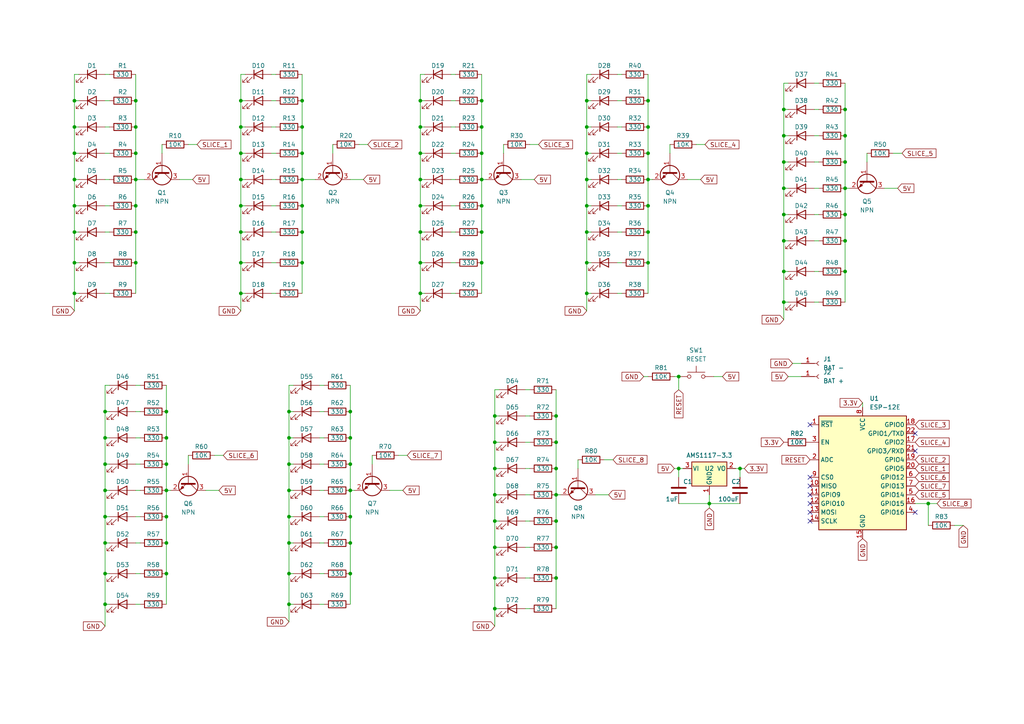
<source format=kicad_sch>
(kicad_sch (version 20211123) (generator eeschema)
  (paper "A4")
  (junction (at 101.6 149.86))
  (junction (at 87.63 36.83))
  (junction (at 227.33 31.75))
  (junction (at 83.82 127))
  (junction (at 83.82 134.62))
  (junction (at 39.37 67.31))
  (junction (at 245.11 46.99))
  (junction (at 30.48 149.86))
  (junction (at 187.96 36.83))
  (junction (at 69.85 44.45))
  (junction (at 69.85 67.31))
  (junction (at 139.7 36.83))
  (junction (at 205.74 146.05))
  (junction (at 121.92 59.69))
  (junction (at 87.63 76.2))
  (junction (at 196.85 109.22))
  (junction (at 143.51 176.53))
  (junction (at 269.24 146.05))
  (junction (at 161.29 120.65))
  (junction (at 245.11 69.85))
  (junction (at 21.59 36.83))
  (junction (at 170.18 76.2))
  (junction (at 161.29 128.27))
  (junction (at 143.51 151.13))
  (junction (at 39.37 36.83))
  (junction (at 121.92 85.09))
  (junction (at 48.26 119.38))
  (junction (at 21.59 85.09))
  (junction (at 227.33 46.99))
  (junction (at 39.37 44.45))
  (junction (at 30.48 127))
  (junction (at 48.26 142.24))
  (junction (at 161.29 151.13))
  (junction (at 227.33 54.61))
  (junction (at 69.85 36.83))
  (junction (at 245.11 31.75))
  (junction (at 69.85 76.2))
  (junction (at 30.48 166.37))
  (junction (at 101.6 157.48))
  (junction (at 69.85 52.07))
  (junction (at 21.59 59.69))
  (junction (at 48.26 166.37))
  (junction (at 187.96 67.31))
  (junction (at 245.11 39.37))
  (junction (at 143.51 120.65))
  (junction (at 187.96 59.69))
  (junction (at 227.33 69.85))
  (junction (at 48.26 157.48))
  (junction (at 170.18 59.69))
  (junction (at 245.11 54.61))
  (junction (at 139.7 59.69))
  (junction (at 121.92 29.21))
  (junction (at 139.7 76.2))
  (junction (at 143.51 158.75))
  (junction (at 69.85 85.09))
  (junction (at 143.51 128.27))
  (junction (at 170.18 85.09))
  (junction (at 121.92 44.45))
  (junction (at 83.82 175.26))
  (junction (at 227.33 39.37))
  (junction (at 30.48 142.24))
  (junction (at 30.48 157.48))
  (junction (at 83.82 119.38))
  (junction (at 83.82 157.48))
  (junction (at 170.18 52.07))
  (junction (at 170.18 36.83))
  (junction (at 87.63 59.69))
  (junction (at 21.59 52.07))
  (junction (at 30.48 119.38))
  (junction (at 83.82 142.24))
  (junction (at 101.6 119.38))
  (junction (at 139.7 67.31))
  (junction (at 214.63 135.89))
  (junction (at 39.37 59.69))
  (junction (at 139.7 29.21))
  (junction (at 30.48 134.62))
  (junction (at 87.63 67.31))
  (junction (at 227.33 62.23))
  (junction (at 48.26 149.86))
  (junction (at 39.37 52.07))
  (junction (at 161.29 143.51))
  (junction (at 21.59 76.2))
  (junction (at 161.29 167.64))
  (junction (at 170.18 29.21))
  (junction (at 101.6 134.62))
  (junction (at 83.82 166.37))
  (junction (at 143.51 167.64))
  (junction (at 143.51 135.89))
  (junction (at 121.92 67.31))
  (junction (at 21.59 44.45))
  (junction (at 245.11 78.74))
  (junction (at 227.33 87.63))
  (junction (at 39.37 76.2))
  (junction (at 83.82 149.86))
  (junction (at 21.59 67.31))
  (junction (at 196.85 135.89))
  (junction (at 227.33 78.74))
  (junction (at 69.85 59.69))
  (junction (at 101.6 166.37))
  (junction (at 143.51 143.51))
  (junction (at 101.6 127))
  (junction (at 139.7 52.07))
  (junction (at 139.7 44.45))
  (junction (at 30.48 175.26))
  (junction (at 48.26 134.62))
  (junction (at 170.18 44.45))
  (junction (at 87.63 44.45))
  (junction (at 69.85 29.21))
  (junction (at 121.92 76.2))
  (junction (at 39.37 29.21))
  (junction (at 187.96 29.21))
  (junction (at 21.59 29.21))
  (junction (at 87.63 52.07))
  (junction (at 187.96 52.07))
  (junction (at 87.63 29.21))
  (junction (at 161.29 158.75))
  (junction (at 101.6 142.24))
  (junction (at 121.92 52.07))
  (junction (at 245.11 62.23))
  (junction (at 170.18 67.31))
  (junction (at 121.92 36.83))
  (junction (at 48.26 127))
  (junction (at 187.96 76.2))
  (junction (at 161.29 135.89))
  (junction (at 187.96 44.45))
  (no_connect (at 234.95 148.59))
  (no_connect (at 265.43 125.73))
  (no_connect (at 234.95 140.97))
  (no_connect (at 234.95 123.19))
  (no_connect (at 234.95 151.13))
  (no_connect (at 234.95 143.51))
  (no_connect (at 265.43 148.59))
  (no_connect (at 234.95 146.05))
  (no_connect (at 234.95 138.43))
  (no_connect (at 265.43 130.81))
  (wire (pts (xy 227.33 54.61) (xy 227.33 62.23)))
  (wire (pts (xy 187.96 59.69) (xy 187.96 67.31)))
  (wire (pts (xy 227.33 46.99) (xy 227.33 54.61)))
  (wire (pts (xy 69.85 36.83) (xy 69.85 44.45)))
  (wire (pts (xy 83.82 157.48) (xy 83.82 166.37)))
  (wire (pts (xy 144.78 120.65) (xy 143.51 120.65)))
  (wire (pts (xy 143.51 128.27) (xy 143.51 135.89)))
  (wire (pts (xy 179.07 29.21) (xy 180.34 29.21)))
  (wire (pts (xy 121.92 85.09) (xy 121.92 90.17)))
  (wire (pts (xy 78.74 85.09) (xy 80.01 85.09)))
  (wire (pts (xy 213.36 135.89) (xy 214.63 135.89)))
  (wire (pts (xy 83.82 142.24) (xy 83.82 149.86)))
  (wire (pts (xy 87.63 29.21) (xy 87.63 36.83)))
  (wire (pts (xy 179.07 21.59) (xy 180.34 21.59)))
  (wire (pts (xy 143.51 176.53) (xy 143.51 181.61)))
  (wire (pts (xy 143.51 151.13) (xy 143.51 158.75)))
  (wire (pts (xy 22.86 29.21) (xy 21.59 29.21)))
  (wire (pts (xy 71.12 21.59) (xy 69.85 21.59)))
  (wire (pts (xy 22.86 59.69) (xy 21.59 59.69)))
  (wire (pts (xy 78.74 67.31) (xy 80.01 67.31)))
  (wire (pts (xy 39.37 134.62) (xy 40.64 134.62)))
  (wire (pts (xy 144.78 113.03) (xy 143.51 113.03)))
  (wire (pts (xy 143.51 120.65) (xy 143.51 128.27)))
  (wire (pts (xy 130.81 52.07) (xy 132.08 52.07)))
  (wire (pts (xy 69.85 52.07) (xy 69.85 59.69)))
  (wire (pts (xy 228.6 31.75) (xy 227.33 31.75)))
  (wire (pts (xy 228.6 46.99) (xy 227.33 46.99)))
  (wire (pts (xy 121.92 52.07) (xy 121.92 59.69)))
  (wire (pts (xy 179.07 59.69) (xy 180.34 59.69)))
  (wire (pts (xy 152.4 128.27) (xy 153.67 128.27)))
  (wire (pts (xy 31.75 119.38) (xy 30.48 119.38)))
  (wire (pts (xy 113.03 142.24) (xy 116.84 142.24)))
  (wire (pts (xy 171.45 29.21) (xy 170.18 29.21)))
  (wire (pts (xy 39.37 175.26) (xy 40.64 175.26)))
  (wire (pts (xy 228.6 78.74) (xy 227.33 78.74)))
  (wire (pts (xy 196.85 109.22) (xy 196.85 113.03)))
  (wire (pts (xy 161.29 143.51) (xy 162.56 143.51)))
  (wire (pts (xy 101.6 142.24) (xy 101.6 149.86)))
  (wire (pts (xy 161.29 158.75) (xy 161.29 167.64)))
  (wire (pts (xy 78.74 52.07) (xy 80.01 52.07)))
  (wire (pts (xy 130.81 85.09) (xy 132.08 85.09)))
  (wire (pts (xy 152.4 176.53) (xy 153.67 176.53)))
  (wire (pts (xy 123.19 85.09) (xy 121.92 85.09)))
  (wire (pts (xy 92.71 157.48) (xy 93.98 157.48)))
  (wire (pts (xy 167.64 133.35) (xy 167.64 135.89)))
  (wire (pts (xy 152.4 151.13) (xy 153.67 151.13)))
  (wire (pts (xy 83.82 149.86) (xy 83.82 157.48)))
  (wire (pts (xy 179.07 44.45) (xy 180.34 44.45)))
  (wire (pts (xy 161.29 167.64) (xy 161.29 176.53)))
  (wire (pts (xy 152.4 113.03) (xy 153.67 113.03)))
  (wire (pts (xy 161.29 113.03) (xy 161.29 120.65)))
  (wire (pts (xy 175.26 133.35) (xy 177.8 133.35)))
  (wire (pts (xy 31.75 111.76) (xy 30.48 111.76)))
  (wire (pts (xy 153.67 41.91) (xy 156.21 41.91)))
  (wire (pts (xy 236.22 69.85) (xy 237.49 69.85)))
  (wire (pts (xy 92.71 142.24) (xy 93.98 142.24)))
  (wire (pts (xy 152.4 120.65) (xy 153.67 120.65)))
  (wire (pts (xy 245.11 69.85) (xy 245.11 78.74)))
  (wire (pts (xy 269.24 146.05) (xy 269.24 152.4)))
  (wire (pts (xy 21.59 29.21) (xy 21.59 36.83)))
  (wire (pts (xy 87.63 52.07) (xy 87.63 59.69)))
  (wire (pts (xy 30.48 166.37) (xy 30.48 175.26)))
  (wire (pts (xy 22.86 52.07) (xy 21.59 52.07)))
  (wire (pts (xy 39.37 149.86) (xy 40.64 149.86)))
  (wire (pts (xy 48.26 149.86) (xy 48.26 157.48)))
  (wire (pts (xy 236.22 62.23) (xy 237.49 62.23)))
  (wire (pts (xy 39.37 52.07) (xy 41.91 52.07)))
  (wire (pts (xy 152.4 167.64) (xy 153.67 167.64)))
  (wire (pts (xy 101.6 157.48) (xy 101.6 166.37)))
  (wire (pts (xy 144.78 176.53) (xy 143.51 176.53)))
  (wire (pts (xy 39.37 67.31) (xy 39.37 76.2)))
  (wire (pts (xy 179.07 67.31) (xy 180.34 67.31)))
  (wire (pts (xy 187.96 36.83) (xy 187.96 44.45)))
  (wire (pts (xy 101.6 149.86) (xy 101.6 157.48)))
  (wire (pts (xy 87.63 59.69) (xy 87.63 67.31)))
  (wire (pts (xy 170.18 52.07) (xy 170.18 59.69)))
  (wire (pts (xy 30.48 36.83) (xy 31.75 36.83)))
  (wire (pts (xy 227.33 24.13) (xy 227.33 31.75)))
  (wire (pts (xy 256.54 54.61) (xy 260.35 54.61)))
  (wire (pts (xy 39.37 59.69) (xy 39.37 67.31)))
  (wire (pts (xy 151.13 52.07) (xy 154.94 52.07)))
  (wire (pts (xy 30.48 119.38) (xy 30.48 127)))
  (wire (pts (xy 104.14 41.91) (xy 106.68 41.91)))
  (wire (pts (xy 144.78 151.13) (xy 143.51 151.13)))
  (wire (pts (xy 279.4 152.4) (xy 276.86 152.4)))
  (wire (pts (xy 123.19 29.21) (xy 121.92 29.21)))
  (wire (pts (xy 30.48 134.62) (xy 30.48 142.24)))
  (wire (pts (xy 196.85 135.89) (xy 198.12 135.89)))
  (wire (pts (xy 21.59 67.31) (xy 21.59 76.2)))
  (wire (pts (xy 39.37 52.07) (xy 39.37 59.69)))
  (wire (pts (xy 85.09 111.76) (xy 83.82 111.76)))
  (wire (pts (xy 101.6 52.07) (xy 105.41 52.07)))
  (wire (pts (xy 87.63 67.31) (xy 87.63 76.2)))
  (wire (pts (xy 170.18 29.21) (xy 170.18 36.83)))
  (wire (pts (xy 187.96 21.59) (xy 187.96 29.21)))
  (wire (pts (xy 83.82 119.38) (xy 83.82 127)))
  (wire (pts (xy 39.37 111.76) (xy 40.64 111.76)))
  (wire (pts (xy 62.23 132.08) (xy 64.77 132.08)))
  (wire (pts (xy 236.22 39.37) (xy 237.49 39.37)))
  (wire (pts (xy 139.7 59.69) (xy 139.7 67.31)))
  (wire (pts (xy 85.09 134.62) (xy 83.82 134.62)))
  (wire (pts (xy 39.37 44.45) (xy 39.37 52.07)))
  (wire (pts (xy 245.11 54.61) (xy 245.11 62.23)))
  (wire (pts (xy 250.19 118.11) (xy 250.19 116.84)))
  (wire (pts (xy 21.59 76.2) (xy 21.59 85.09)))
  (wire (pts (xy 172.72 143.51) (xy 176.53 143.51)))
  (wire (pts (xy 92.71 127) (xy 93.98 127)))
  (wire (pts (xy 245.11 46.99) (xy 245.11 54.61)))
  (wire (pts (xy 236.22 78.74) (xy 237.49 78.74)))
  (wire (pts (xy 96.52 41.91) (xy 96.52 44.45)))
  (wire (pts (xy 123.19 52.07) (xy 121.92 52.07)))
  (wire (pts (xy 30.48 44.45) (xy 31.75 44.45)))
  (wire (pts (xy 245.11 54.61) (xy 246.38 54.61)))
  (wire (pts (xy 78.74 36.83) (xy 80.01 36.83)))
  (wire (pts (xy 161.29 151.13) (xy 161.29 158.75)))
  (wire (pts (xy 187.96 52.07) (xy 189.23 52.07)))
  (wire (pts (xy 228.6 87.63) (xy 227.33 87.63)))
  (wire (pts (xy 85.09 142.24) (xy 83.82 142.24)))
  (wire (pts (xy 123.19 76.2) (xy 121.92 76.2)))
  (wire (pts (xy 205.74 146.05) (xy 214.63 146.05)))
  (wire (pts (xy 48.26 142.24) (xy 49.53 142.24)))
  (wire (pts (xy 144.78 128.27) (xy 143.51 128.27)))
  (wire (pts (xy 130.81 21.59) (xy 132.08 21.59)))
  (wire (pts (xy 85.09 119.38) (xy 83.82 119.38)))
  (wire (pts (xy 30.48 21.59) (xy 31.75 21.59)))
  (wire (pts (xy 130.81 76.2) (xy 132.08 76.2)))
  (wire (pts (xy 139.7 52.07) (xy 139.7 59.69)))
  (wire (pts (xy 228.6 62.23) (xy 227.33 62.23)))
  (wire (pts (xy 121.92 21.59) (xy 121.92 29.21)))
  (wire (pts (xy 187.96 52.07) (xy 187.96 59.69)))
  (wire (pts (xy 31.75 142.24) (xy 30.48 142.24)))
  (wire (pts (xy 170.18 44.45) (xy 170.18 52.07)))
  (wire (pts (xy 152.4 135.89) (xy 153.67 135.89)))
  (wire (pts (xy 144.78 158.75) (xy 143.51 158.75)))
  (wire (pts (xy 170.18 67.31) (xy 170.18 76.2)))
  (wire (pts (xy 144.78 135.89) (xy 143.51 135.89)))
  (wire (pts (xy 121.92 59.69) (xy 121.92 67.31)))
  (wire (pts (xy 46.99 41.91) (xy 46.99 44.45)))
  (wire (pts (xy 87.63 36.83) (xy 87.63 44.45)))
  (wire (pts (xy 228.6 39.37) (xy 227.33 39.37)))
  (wire (pts (xy 54.61 132.08) (xy 54.61 134.62)))
  (wire (pts (xy 101.6 111.76) (xy 101.6 119.38)))
  (wire (pts (xy 39.37 142.24) (xy 40.64 142.24)))
  (wire (pts (xy 31.75 149.86) (xy 30.48 149.86)))
  (wire (pts (xy 69.85 29.21) (xy 69.85 36.83)))
  (wire (pts (xy 22.86 44.45) (xy 21.59 44.45)))
  (wire (pts (xy 214.63 135.89) (xy 215.9 135.89)))
  (wire (pts (xy 179.07 36.83) (xy 180.34 36.83)))
  (wire (pts (xy 123.19 36.83) (xy 121.92 36.83)))
  (wire (pts (xy 130.81 59.69) (xy 132.08 59.69)))
  (wire (pts (xy 227.33 87.63) (xy 227.33 92.71)))
  (wire (pts (xy 30.48 157.48) (xy 30.48 166.37)))
  (wire (pts (xy 207.01 109.22) (xy 209.55 109.22)))
  (wire (pts (xy 92.71 119.38) (xy 93.98 119.38)))
  (wire (pts (xy 85.09 175.26) (xy 83.82 175.26)))
  (wire (pts (xy 171.45 44.45) (xy 170.18 44.45)))
  (wire (pts (xy 39.37 157.48) (xy 40.64 157.48)))
  (wire (pts (xy 22.86 21.59) (xy 21.59 21.59)))
  (wire (pts (xy 22.86 67.31) (xy 21.59 67.31)))
  (wire (pts (xy 71.12 59.69) (xy 69.85 59.69)))
  (wire (pts (xy 85.09 166.37) (xy 83.82 166.37)))
  (wire (pts (xy 170.18 85.09) (xy 170.18 90.17)))
  (wire (pts (xy 39.37 119.38) (xy 40.64 119.38)))
  (wire (pts (xy 31.75 166.37) (xy 30.48 166.37)))
  (wire (pts (xy 101.6 119.38) (xy 101.6 127)))
  (wire (pts (xy 71.12 36.83) (xy 69.85 36.83)))
  (wire (pts (xy 31.75 175.26) (xy 30.48 175.26)))
  (wire (pts (xy 130.81 29.21) (xy 132.08 29.21)))
  (wire (pts (xy 71.12 29.21) (xy 69.85 29.21)))
  (wire (pts (xy 161.29 120.65) (xy 161.29 128.27)))
  (wire (pts (xy 229.87 105.41) (xy 232.41 105.41)))
  (wire (pts (xy 205.74 143.51) (xy 205.74 146.05)))
  (wire (pts (xy 83.82 127) (xy 83.82 134.62)))
  (wire (pts (xy 31.75 127) (xy 30.48 127)))
  (wire (pts (xy 236.22 24.13) (xy 237.49 24.13)))
  (wire (pts (xy 54.61 41.91) (xy 57.15 41.91)))
  (wire (pts (xy 171.45 76.2) (xy 170.18 76.2)))
  (wire (pts (xy 227.33 69.85) (xy 227.33 78.74)))
  (wire (pts (xy 170.18 76.2) (xy 170.18 85.09)))
  (wire (pts (xy 171.45 85.09) (xy 170.18 85.09)))
  (wire (pts (xy 83.82 175.26) (xy 83.82 180.34)))
  (wire (pts (xy 143.51 158.75) (xy 143.51 167.64)))
  (wire (pts (xy 21.59 85.09) (xy 21.59 90.17)))
  (wire (pts (xy 199.39 52.07) (xy 203.2 52.07)))
  (wire (pts (xy 161.29 128.27) (xy 161.29 135.89)))
  (wire (pts (xy 161.29 135.89) (xy 161.29 143.51)))
  (wire (pts (xy 101.6 134.62) (xy 101.6 142.24)))
  (wire (pts (xy 69.85 59.69) (xy 69.85 67.31)))
  (wire (pts (xy 179.07 85.09) (xy 180.34 85.09)))
  (wire (pts (xy 170.18 21.59) (xy 170.18 29.21)))
  (wire (pts (xy 143.51 143.51) (xy 143.51 151.13)))
  (wire (pts (xy 139.7 29.21) (xy 139.7 36.83)))
  (wire (pts (xy 121.92 44.45) (xy 121.92 52.07)))
  (wire (pts (xy 48.26 127) (xy 48.26 134.62)))
  (wire (pts (xy 92.71 175.26) (xy 93.98 175.26)))
  (wire (pts (xy 39.37 36.83) (xy 39.37 44.45)))
  (wire (pts (xy 59.69 142.24) (xy 63.5 142.24)))
  (wire (pts (xy 69.85 44.45) (xy 69.85 52.07)))
  (wire (pts (xy 123.19 59.69) (xy 121.92 59.69)))
  (wire (pts (xy 171.45 59.69) (xy 170.18 59.69)))
  (wire (pts (xy 228.6 69.85) (xy 227.33 69.85)))
  (wire (pts (xy 30.48 59.69) (xy 31.75 59.69)))
  (wire (pts (xy 87.63 44.45) (xy 87.63 52.07)))
  (wire (pts (xy 269.24 146.05) (xy 265.43 146.05)))
  (wire (pts (xy 71.12 85.09) (xy 69.85 85.09)))
  (wire (pts (xy 245.11 62.23) (xy 245.11 69.85)))
  (wire (pts (xy 52.07 52.07) (xy 55.88 52.07)))
  (wire (pts (xy 130.81 67.31) (xy 132.08 67.31)))
  (wire (pts (xy 130.81 44.45) (xy 132.08 44.45)))
  (wire (pts (xy 161.29 143.51) (xy 161.29 151.13)))
  (wire (pts (xy 187.96 44.45) (xy 187.96 52.07)))
  (wire (pts (xy 245.11 31.75) (xy 245.11 39.37)))
  (wire (pts (xy 143.51 135.89) (xy 143.51 143.51)))
  (wire (pts (xy 227.33 39.37) (xy 227.33 46.99)))
  (wire (pts (xy 30.48 52.07) (xy 31.75 52.07)))
  (wire (pts (xy 121.92 67.31) (xy 121.92 76.2)))
  (wire (pts (xy 30.48 175.26) (xy 30.48 181.61)))
  (wire (pts (xy 30.48 76.2) (xy 31.75 76.2)))
  (wire (pts (xy 39.37 127) (xy 40.64 127)))
  (wire (pts (xy 83.82 134.62) (xy 83.82 142.24)))
  (wire (pts (xy 48.26 166.37) (xy 48.26 175.26)))
  (wire (pts (xy 78.74 21.59) (xy 80.01 21.59)))
  (wire (pts (xy 101.6 142.24) (xy 102.87 142.24)))
  (wire (pts (xy 201.93 41.91) (xy 204.47 41.91)))
  (wire (pts (xy 236.22 31.75) (xy 237.49 31.75)))
  (wire (pts (xy 121.92 76.2) (xy 121.92 85.09)))
  (wire (pts (xy 228.6 109.22) (xy 232.41 109.22)))
  (wire (pts (xy 101.6 166.37) (xy 101.6 175.26)))
  (wire (pts (xy 143.51 113.03) (xy 143.51 120.65)))
  (wire (pts (xy 139.7 52.07) (xy 140.97 52.07)))
  (wire (pts (xy 171.45 52.07) (xy 170.18 52.07)))
  (wire (pts (xy 139.7 67.31) (xy 139.7 76.2)))
  (wire (pts (xy 87.63 76.2) (xy 87.63 85.09)))
  (wire (pts (xy 31.75 157.48) (xy 30.48 157.48)))
  (wire (pts (xy 48.26 134.62) (xy 48.26 142.24)))
  (wire (pts (xy 87.63 21.59) (xy 87.63 29.21)))
  (wire (pts (xy 171.45 36.83) (xy 170.18 36.83)))
  (wire (pts (xy 30.48 29.21) (xy 31.75 29.21)))
  (wire (pts (xy 78.74 44.45) (xy 80.01 44.45)))
  (wire (pts (xy 78.74 59.69) (xy 80.01 59.69)))
  (wire (pts (xy 87.63 52.07) (xy 91.44 52.07)))
  (wire (pts (xy 69.85 76.2) (xy 69.85 85.09)))
  (wire (pts (xy 227.33 62.23) (xy 227.33 69.85)))
  (wire (pts (xy 245.11 78.74) (xy 245.11 87.63)))
  (wire (pts (xy 228.6 54.61) (xy 227.33 54.61)))
  (wire (pts (xy 236.22 54.61) (xy 237.49 54.61)))
  (wire (pts (xy 48.26 111.76) (xy 48.26 119.38)))
  (wire (pts (xy 39.37 76.2) (xy 39.37 85.09)))
  (wire (pts (xy 187.96 29.21) (xy 187.96 36.83)))
  (wire (pts (xy 30.48 67.31) (xy 31.75 67.31)))
  (wire (pts (xy 78.74 29.21) (xy 80.01 29.21)))
  (wire (pts (xy 83.82 166.37) (xy 83.82 175.26)))
  (wire (pts (xy 171.45 21.59) (xy 170.18 21.59)))
  (wire (pts (xy 271.78 146.05) (xy 269.24 146.05)))
  (wire (pts (xy 92.71 134.62) (xy 93.98 134.62)))
  (wire (pts (xy 22.86 85.09) (xy 21.59 85.09)))
  (wire (pts (xy 227.33 31.75) (xy 227.33 39.37)))
  (wire (pts (xy 152.4 143.51) (xy 153.67 143.51)))
  (wire (pts (xy 22.86 76.2) (xy 21.59 76.2)))
  (wire (pts (xy 21.59 21.59) (xy 21.59 29.21)))
  (wire (pts (xy 48.26 142.24) (xy 48.26 149.86)))
  (wire (pts (xy 187.96 67.31) (xy 187.96 76.2)))
  (wire (pts (xy 69.85 21.59) (xy 69.85 29.21)))
  (wire (pts (xy 121.92 29.21) (xy 121.92 36.83)))
  (wire (pts (xy 195.58 109.22) (xy 196.85 109.22)))
  (wire (pts (xy 245.11 24.13) (xy 245.11 31.75)))
  (wire (pts (xy 179.07 76.2) (xy 180.34 76.2)))
  (wire (pts (xy 30.48 111.76) (xy 30.48 119.38)))
  (wire (pts (xy 39.37 21.59) (xy 39.37 29.21)))
  (wire (pts (xy 85.09 127) (xy 83.82 127)))
  (wire (pts (xy 71.12 52.07) (xy 69.85 52.07)))
  (wire (pts (xy 130.81 36.83) (xy 132.08 36.83)))
  (wire (pts (xy 251.46 44.45) (xy 251.46 46.99)))
  (wire (pts (xy 39.37 166.37) (xy 40.64 166.37)))
  (wire (pts (xy 30.48 85.09) (xy 31.75 85.09)))
  (wire (pts (xy 92.71 111.76) (xy 93.98 111.76)))
  (wire (pts (xy 69.85 67.31) (xy 69.85 76.2)))
  (wire (pts (xy 205.74 146.05) (xy 205.74 147.32)))
  (wire (pts (xy 139.7 44.45) (xy 139.7 52.07)))
  (wire (pts (xy 259.08 44.45) (xy 261.62 44.45)))
  (wire (pts (xy 196.85 146.05) (xy 205.74 146.05)))
  (wire (pts (xy 187.96 76.2) (xy 187.96 85.09)))
  (wire (pts (xy 123.19 44.45) (xy 121.92 44.45)))
  (wire (pts (xy 101.6 127) (xy 101.6 134.62)))
  (wire (pts (xy 85.09 157.48) (xy 83.82 157.48)))
  (wire (pts (xy 139.7 21.59) (xy 139.7 29.21)))
  (wire (pts (xy 92.71 149.86) (xy 93.98 149.86)))
  (wire (pts (xy 139.7 36.83) (xy 139.7 44.45)))
  (wire (pts (xy 186.69 109.22) (xy 187.96 109.22)))
  (wire (pts (xy 21.59 59.69) (xy 21.59 67.31)))
  (wire (pts (xy 30.48 127) (xy 30.48 134.62)))
  (wire (pts (xy 144.78 143.51) (xy 143.51 143.51)))
  (wire (pts (xy 123.19 21.59) (xy 121.92 21.59)))
  (wire (pts (xy 121.92 36.83) (xy 121.92 44.45)))
  (wire (pts (xy 71.12 44.45) (xy 69.85 44.45)))
  (wire (pts (xy 71.12 76.2) (xy 69.85 76.2)))
  (wire (pts (xy 30.48 149.86) (xy 30.48 157.48)))
  (wire (pts (xy 179.07 52.07) (xy 180.34 52.07)))
  (wire (pts (xy 21.59 36.83) (xy 21.59 44.45)))
  (wire (pts (xy 170.18 59.69) (xy 170.18 67.31)))
  (wire (pts (xy 22.86 36.83) (xy 21.59 36.83)))
  (wire (pts (xy 195.58 135.89) (xy 196.85 135.89)))
  (wire (pts (xy 85.09 149.86) (xy 83.82 149.86)))
  (wire (pts (xy 146.05 41.91) (xy 146.05 44.45)))
  (wire (pts (xy 71.12 67.31) (xy 69.85 67.31)))
  (wire (pts (xy 48.26 157.48) (xy 48.26 166.37)))
  (wire (pts (xy 115.57 132.08) (xy 118.11 132.08)))
  (wire (pts (xy 245.11 39.37) (xy 245.11 46.99)))
  (wire (pts (xy 236.22 46.99) (xy 237.49 46.99)))
  (wire (pts (xy 214.63 135.89) (xy 214.63 138.43)))
  (wire (pts (xy 236.22 87.63) (xy 237.49 87.63)))
  (wire (pts (xy 21.59 44.45) (xy 21.59 52.07)))
  (wire (pts (xy 170.18 36.83) (xy 170.18 44.45)))
  (wire (pts (xy 143.51 167.64) (xy 143.51 176.53)))
  (wire (pts (xy 48.26 119.38) (xy 48.26 127)))
  (wire (pts (xy 171.45 67.31) (xy 170.18 67.31)))
  (wire (pts (xy 83.82 111.76) (xy 83.82 119.38)))
  (wire (pts (xy 152.4 158.75) (xy 153.67 158.75)))
  (wire (pts (xy 196.85 135.89) (xy 196.85 138.43)))
  (wire (pts (xy 21.59 52.07) (xy 21.59 59.69)))
  (wire (pts (xy 144.78 167.64) (xy 143.51 167.64)))
  (wire (pts (xy 123.19 67.31) (xy 121.92 67.31)))
  (wire (pts (xy 30.48 142.24) (xy 30.48 149.86)))
  (wire (pts (xy 39.37 29.21) (xy 39.37 36.83)))
  (wire (pts (xy 139.7 76.2) (xy 139.7 85.09)))
  (wire (pts (xy 227.33 78.74) (xy 227.33 87.63)))
  (wire (pts (xy 78.74 76.2) (xy 80.01 76.2)))
  (wire (pts (xy 194.31 41.91) (xy 194.31 44.45)))
  (wire (pts (xy 31.75 134.62) (xy 30.48 134.62)))
  (wire (pts (xy 92.71 166.37) (xy 93.98 166.37)))
  (wire (pts (xy 107.95 132.08) (xy 107.95 134.62)))
  (wire (pts (xy 228.6 24.13) (xy 227.33 24.13)))
  (wire (pts (xy 69.85 85.09) (xy 69.85 90.17)))
  (global_label "3.3V" (shape input) (at 227.33 128.27 180) (property "Intersheet References" "${INTERSHEET_REFS}" (effects hide)))
  (global_label "GND" (shape input) (at 69.85 90.17 180) (property "Intersheet References" "${INTERSHEET_REFS}" (effects hide)))
  (global_label "5V" (shape input) (at 116.84 142.24 0) (property "Intersheet References" "${INTERSHEET_REFS}" (effects hide)))
  (global_label "SLICE_6" (shape input) (at 265.43 138.43 0) (property "Intersheet References" "${INTERSHEET_REFS}" (effects hide)))
  (global_label "SLICE_5" (shape input) (at 261.62 44.45 0) (property "Intersheet References" "${INTERSHEET_REFS}" (effects hide)))
  (global_label "GND" (shape input) (at 229.87 105.41 180) (property "Intersheet References" "${INTERSHEET_REFS}" (effects hide)))
  (global_label "RESET" (shape input) (at 196.85 113.03 270) (property "Intersheet References" "${INTERSHEET_REFS}" (effects hide)))
  (global_label "SLICE_6" (shape input) (at 64.77 132.08 0) (property "Intersheet References" "${INTERSHEET_REFS}" (effects hide)))
  (global_label "GND" (shape input) (at 279.4 152.4 270) (property "Intersheet References" "${INTERSHEET_REFS}" (effects hide)))
  (global_label "SLICE_3" (shape input) (at 265.43 123.19 0) (property "Intersheet References" "${INTERSHEET_REFS}" (effects hide)))
  (global_label "GND" (shape input) (at 30.48 181.61 180) (property "Intersheet References" "${INTERSHEET_REFS}" (effects hide)))
  (global_label "5V" (shape input) (at 203.2 52.07 0) (property "Intersheet References" "${INTERSHEET_REFS}" (effects hide)))
  (global_label "SLICE_8" (shape input) (at 271.78 146.05 0) (property "Intersheet References" "${INTERSHEET_REFS}" (effects hide)))
  (global_label "5V" (shape input) (at 63.5 142.24 0) (property "Intersheet References" "${INTERSHEET_REFS}" (effects hide)))
  (global_label "5V" (shape input) (at 176.53 143.51 0) (property "Intersheet References" "${INTERSHEET_REFS}" (effects hide)))
  (global_label "5V" (shape input) (at 154.94 52.07 0) (property "Intersheet References" "${INTERSHEET_REFS}" (effects hide)))
  (global_label "GND" (shape input) (at 227.33 92.71 180) (property "Intersheet References" "${INTERSHEET_REFS}" (effects hide)))
  (global_label "5V" (shape input) (at 209.55 109.22 0) (property "Intersheet References" "${INTERSHEET_REFS}" (effects hide)))
  (global_label "GND" (shape input) (at 121.92 90.17 180) (property "Intersheet References" "${INTERSHEET_REFS}" (effects hide)))
  (global_label "SLICE_2" (shape input) (at 265.43 133.35 0) (property "Intersheet References" "${INTERSHEET_REFS}" (effects hide)))
  (global_label "3.3V" (shape input) (at 250.19 116.84 180) (property "Intersheet References" "${INTERSHEET_REFS}" (effects hide)))
  (global_label "GND" (shape input) (at 83.82 180.34 180) (property "Intersheet References" "${INTERSHEET_REFS}" (effects hide)))
  (global_label "GND" (shape input) (at 143.51 181.61 180) (property "Intersheet References" "${INTERSHEET_REFS}" (effects hide)))
  (global_label "5V" (shape input) (at 260.35 54.61 0) (property "Intersheet References" "${INTERSHEET_REFS}" (effects hide)))
  (global_label "SLICE_1" (shape input) (at 57.15 41.91 0) (property "Intersheet References" "${INTERSHEET_REFS}" (effects hide)))
  (global_label "3.3V" (shape input) (at 215.9 135.89 0) (property "Intersheet References" "${INTERSHEET_REFS}" (effects hide)))
  (global_label "SLICE_3" (shape input) (at 156.21 41.91 0) (property "Intersheet References" "${INTERSHEET_REFS}" (effects hide)))
  (global_label "GND" (shape input) (at 205.74 147.32 270) (property "Intersheet References" "${INTERSHEET_REFS}" (effects hide)))
  (global_label "SLICE_4" (shape input) (at 204.47 41.91 0) (property "Intersheet References" "${INTERSHEET_REFS}" (effects hide)))
  (global_label "SLICE_8" (shape input) (at 177.8 133.35 0) (property "Intersheet References" "${INTERSHEET_REFS}" (effects hide)))
  (global_label "5V" (shape input) (at 228.6 109.22 180) (property "Intersheet References" "${INTERSHEET_REFS}" (effects hide)))
  (global_label "SLICE_4" (shape input) (at 265.43 128.27 0) (property "Intersheet References" "${INTERSHEET_REFS}" (effects hide)))
  (global_label "SLICE_1" (shape input) (at 265.43 135.89 0) (property "Intersheet References" "${INTERSHEET_REFS}" (effects hide)))
  (global_label "5V" (shape input) (at 55.88 52.07 0) (property "Intersheet References" "${INTERSHEET_REFS}" (effects hide)))
  (global_label "GND" (shape input) (at 186.69 109.22 180) (property "Intersheet References" "${INTERSHEET_REFS}" (effects hide)))
  (global_label "SLICE_2" (shape input) (at 106.68 41.91 0) (property "Intersheet References" "${INTERSHEET_REFS}" (effects hide)))
  (global_label "5V" (shape input) (at 195.58 135.89 180) (property "Intersheet References" "${INTERSHEET_REFS}" (effects hide)))
  (global_label "SLICE_5" (shape input) (at 265.43 143.51 0) (property "Intersheet References" "${INTERSHEET_REFS}" (effects hide)))
  (global_label "RESET" (shape input) (at 234.95 133.35 180) (property "Intersheet References" "${INTERSHEET_REFS}" (effects hide)))
  (global_label "GND" (shape input) (at 250.19 156.21 270) (property "Intersheet References" "${INTERSHEET_REFS}" (effects hide)))
  (global_label "GND" (shape input) (at 21.59 90.17 180) (property "Intersheet References" "${INTERSHEET_REFS}" (effects hide)))
  (global_label "GND" (shape input) (at 170.18 90.17 180) (property "Intersheet References" "${INTERSHEET_REFS}" (effects hide)))
  (global_label "SLICE_7" (shape input) (at 118.11 132.08 0) (property "Intersheet References" "${INTERSHEET_REFS}" (effects hide)))
  (global_label "SLICE_7" (shape input) (at 265.43 140.97 0) (property "Intersheet References" "${INTERSHEET_REFS}" (effects hide)))
  (global_label "5V" (shape input) (at 105.41 52.07 0) (property "Intersheet References" "${INTERSHEET_REFS}" (effects hide)))
  (symbol (lib_id "Device:R") (at 97.79 149.86 90) (unit 1)
    (property "Reference" "R66" (at 97.79 147.32 90))
    (property "Value" "330" (at 97.79 149.86 90))
    (property "Footprint" "Resistor_SMD:R_0805_2012Metric" (effects hide))
  )
  (symbol (lib_id "Device:LED") (at 232.41 87.63 0) (unit 1)
    (property "Reference" "D45" (at 232.41 85.09 0))
    (property "Value" "LED" (effects hide))
    (property "Footprint" "LED_SMD:LED_0805_2012Metric" (effects hide))
  )
  (symbol (lib_id "Device:LED") (at 127 29.21 0) (unit 1)
    (property "Reference" "D20" (at 127 26.67 0))
    (property "Value" "LED" (effects hide))
    (property "Footprint" "LED_SMD:LED_0805_2012Metric" (effects hide))
  )
  (symbol (lib_id "Device:Q_NPN_BEC") (at 167.64 140.97 270) (unit 1)
    (property "Reference" "Q8" (at 167.64 147.32 90))
    (property "Value" "NPN" (at 167.64 149.86 90))
    (property "Footprint" "Package_TO_SOT_SMD:SOT-23" (effects hide))
  )
  (symbol (lib_id "Device:R") (at 149.86 41.91 90) (unit 1)
    (property "Reference" "R30" (at 149.86 39.37 90))
    (property "Value" "10K" (at 149.86 41.91 90))
    (property "Footprint" "Resistor_SMD:R_0805_2012Metric" (effects hide))
  )
  (symbol (lib_id "Device:R") (at 198.12 41.91 90) (unit 1)
    (property "Reference" "R39" (at 198.12 39.37 90))
    (property "Value" "10K" (at 198.12 41.91 90))
    (property "Footprint" "Resistor_SMD:R_0805_2012Metric" (effects hide))
  )
  (symbol (lib_id "Device:C") (at 214.63 142.24 0) (unit 1)
    (property "Reference" "C2" (at 212.09 139.7 0) (effects (justify left)))
    (property "Value" "100uF" (at 208.28 144.78 0) (effects (justify left)))
    (property "Footprint" "Capacitor_SMD:C_0805_2012Metric" (effects hide))
  )
  (symbol (lib_id "Device:R") (at 97.79 111.76 90) (unit 1)
    (property "Reference" "R61" (at 97.79 109.22 90))
    (property "Value" "330" (at 97.79 111.76 90))
    (property "Footprint" "Resistor_SMD:R_0805_2012Metric" (effects hide))
  )
  (symbol (lib_id "Device:LED") (at 127 76.2 0) (unit 1)
    (property "Reference" "D26" (at 127 73.66 0))
    (property "Value" "LED" (effects hide))
    (property "Footprint" "LED_SMD:LED_0805_2012Metric" (effects hide))
  )
  (symbol (lib_id "Device:LED") (at 175.26 29.21 0) (unit 1)
    (property "Reference" "D29" (at 175.26 26.67 0))
    (property "Value" "LED" (effects hide))
    (property "Footprint" "LED_SMD:LED_0805_2012Metric" (effects hide))
  )
  (symbol (lib_id "Device:R") (at 241.3 87.63 90) (unit 1)
    (property "Reference" "R49" (at 241.3 85.09 90))
    (property "Value" "330" (at 241.3 87.63 90))
    (property "Footprint" "Resistor_SMD:R_0805_2012Metric" (effects hide))
  )
  (symbol (lib_id "Device:R") (at 135.89 52.07 90) (unit 1)
    (property "Reference" "R25" (at 135.89 49.53 90))
    (property "Value" "330" (at 135.89 52.07 90))
    (property "Footprint" "Resistor_SMD:R_0805_2012Metric" (effects hide))
  )
  (symbol (lib_id "Device:LED") (at 74.93 52.07 0) (unit 1)
    (property "Reference" "D14" (at 74.93 49.53 0))
    (property "Value" "LED" (effects hide))
    (property "Footprint" "LED_SMD:LED_0805_2012Metric" (effects hide))
  )
  (symbol (lib_id "Device:R") (at 44.45 111.76 90) (unit 1)
    (property "Reference" "R51" (at 44.45 109.22 90))
    (property "Value" "330" (at 44.45 111.76 90))
    (property "Footprint" "Resistor_SMD:R_0805_2012Metric" (effects hide))
  )
  (symbol (lib_id "Device:LED") (at 26.67 44.45 0) (unit 1)
    (property "Reference" "D4" (at 26.67 41.91 0))
    (property "Value" "LED" (effects hide))
    (property "Footprint" "LED_SMD:LED_0805_2012Metric" (effects hide))
  )
  (symbol (lib_id "Device:LED") (at 127 36.83 0) (unit 1)
    (property "Reference" "D21" (at 127 34.29 0))
    (property "Value" "LED" (effects hide))
    (property "Footprint" "LED_SMD:LED_0805_2012Metric" (effects hide))
  )
  (symbol (lib_id "Device:Q_NPN_BEC") (at 96.52 49.53 270) (unit 1)
    (property "Reference" "Q2" (at 96.52 55.88 90))
    (property "Value" "NPN" (at 96.52 58.42 90))
    (property "Footprint" "Package_TO_SOT_SMD:SOT-23" (effects hide))
  )
  (symbol (lib_id "Device:LED") (at 88.9 111.76 0) (unit 1)
    (property "Reference" "D55" (at 88.9 109.22 0))
    (property "Value" "LED" (effects hide))
    (property "Footprint" "LED_SMD:LED_0805_2012Metric" (effects hide))
  )
  (symbol (lib_id "Device:R") (at 97.79 142.24 90) (unit 1)
    (property "Reference" "R65" (at 97.79 139.7 90))
    (property "Value" "330" (at 97.79 142.24 90))
    (property "Footprint" "Resistor_SMD:R_0805_2012Metric" (effects hide))
  )
  (symbol (lib_id "Device:R") (at 157.48 135.89 90) (unit 1)
    (property "Reference" "R74" (at 157.48 133.35 90))
    (property "Value" "330" (at 157.48 135.89 90))
    (property "Footprint" "Resistor_SMD:R_0805_2012Metric" (effects hide))
  )
  (symbol (lib_id "Device:R") (at 97.79 166.37 90) (unit 1)
    (property "Reference" "R68" (at 97.79 163.83 90))
    (property "Value" "330" (at 97.79 166.37 90))
    (property "Footprint" "Resistor_SMD:R_0805_2012Metric" (effects hide))
  )
  (symbol (lib_id "Device:LED") (at 175.26 76.2 0) (unit 1)
    (property "Reference" "D35" (at 175.26 73.66 0))
    (property "Value" "LED" (effects hide))
    (property "Footprint" "LED_SMD:LED_0805_2012Metric" (effects hide))
  )
  (symbol (lib_id "Device:LED") (at 232.41 54.61 0) (unit 1)
    (property "Reference" "D41" (at 232.41 52.07 0))
    (property "Value" "LED" (effects hide))
    (property "Footprint" "LED_SMD:LED_0805_2012Metric" (effects hide))
  )
  (symbol (lib_id "Device:R") (at 184.15 52.07 90) (unit 1)
    (property "Reference" "R34" (at 184.15 49.53 90))
    (property "Value" "330" (at 184.15 52.07 90))
    (property "Footprint" "Resistor_SMD:R_0805_2012Metric" (effects hide))
  )
  (symbol (lib_id "Device:R") (at 44.45 175.26 90) (unit 1)
    (property "Reference" "R59" (at 44.45 172.72 90))
    (property "Value" "330" (at 44.45 175.26 90))
    (property "Footprint" "Resistor_SMD:R_0805_2012Metric" (effects hide))
  )
  (symbol (lib_id "Device:R") (at 255.27 44.45 90) (unit 1)
    (property "Reference" "R50" (at 255.27 41.91 90))
    (property "Value" "10K" (at 255.27 44.45 90))
    (property "Footprint" "Resistor_SMD:R_0805_2012Metric" (effects hide))
  )
  (symbol (lib_id "Device:R") (at 157.48 120.65 90) (unit 1)
    (property "Reference" "R72" (at 157.48 118.11 90))
    (property "Value" "330" (at 157.48 120.65 90))
    (property "Footprint" "Resistor_SMD:R_0805_2012Metric" (effects hide))
  )
  (symbol (lib_id "Device:R") (at 97.79 134.62 90) (unit 1)
    (property "Reference" "R64" (at 97.79 132.08 90))
    (property "Value" "330" (at 97.79 134.62 90))
    (property "Footprint" "Resistor_SMD:R_0805_2012Metric" (effects hide))
  )
  (symbol (lib_id "Device:R") (at 44.45 134.62 90) (unit 1)
    (property "Reference" "R54" (at 44.45 132.08 90))
    (property "Value" "330" (at 44.45 134.62 90))
    (property "Footprint" "Resistor_SMD:R_0805_2012Metric" (effects hide))
  )
  (symbol (lib_id "Device:R") (at 83.82 76.2 90) (unit 1)
    (property "Reference" "R18" (at 83.82 73.66 90))
    (property "Value" "330" (at 83.82 76.2 90))
    (property "Footprint" "Resistor_SMD:R_0805_2012Metric" (effects hide))
  )
  (symbol (lib_id "Device:R") (at 241.3 62.23 90) (unit 1)
    (property "Reference" "R46" (at 241.3 59.69 90))
    (property "Value" "330" (at 241.3 62.23 90))
    (property "Footprint" "Resistor_SMD:R_0805_2012Metric" (effects hide))
  )
  (symbol (lib_id "Device:R") (at 184.15 85.09 90) (unit 1)
    (property "Reference" "R38" (at 184.15 82.55 90))
    (property "Value" "330" (at 184.15 85.09 90))
    (property "Footprint" "Resistor_SMD:R_0805_2012Metric" (effects hide))
  )
  (symbol (lib_id "Device:R") (at 184.15 59.69 90) (unit 1)
    (property "Reference" "R35" (at 184.15 57.15 90))
    (property "Value" "330" (at 184.15 59.69 90))
    (property "Footprint" "Resistor_SMD:R_0805_2012Metric" (effects hide))
  )
  (symbol (lib_id "Device:LED") (at 74.93 36.83 0) (unit 1)
    (property "Reference" "D12" (at 74.93 34.29 0))
    (property "Value" "LED" (effects hide))
    (property "Footprint" "LED_SMD:LED_0805_2012Metric" (effects hide))
  )
  (symbol (lib_id "Device:LED") (at 148.59 135.89 0) (unit 1)
    (property "Reference" "D67" (at 148.59 133.35 0))
    (property "Value" "LED" (effects hide))
    (property "Footprint" "LED_SMD:LED_0805_2012Metric" (effects hide))
  )
  (symbol (lib_id "Device:LED") (at 74.93 85.09 0) (unit 1)
    (property "Reference" "D18" (at 74.93 82.55 0))
    (property "Value" "LED" (effects hide))
    (property "Footprint" "LED_SMD:LED_0805_2012Metric" (effects hide))
  )
  (symbol (lib_id "Device:R") (at 100.33 41.91 90) (unit 1)
    (property "Reference" "R20" (at 100.33 39.37 90))
    (property "Value" "10K" (at 100.33 41.91 90))
    (property "Footprint" "Resistor_SMD:R_0805_2012Metric" (effects hide))
  )
  (symbol (lib_id "Device:LED") (at 26.67 85.09 0) (unit 1)
    (property "Reference" "D9" (at 26.67 82.55 0))
    (property "Value" "LED" (effects hide))
    (property "Footprint" "LED_SMD:LED_0805_2012Metric" (effects hide))
  )
  (symbol (lib_id "Device:Q_NPN_BEC") (at 194.31 49.53 270) (unit 1)
    (property "Reference" "Q4" (at 194.31 55.88 90))
    (property "Value" "NPN" (at 194.31 58.42 90))
    (property "Footprint" "Package_TO_SOT_SMD:SOT-23" (effects hide))
  )
  (symbol (lib_id "Device:LED") (at 35.56 142.24 0) (unit 1)
    (property "Reference" "D50" (at 35.56 139.7 0))
    (property "Value" "LED" (effects hide))
    (property "Footprint" "LED_SMD:LED_0805_2012Metric" (effects hide))
  )
  (symbol (lib_id "Device:LED") (at 232.41 69.85 0) (unit 1)
    (property "Reference" "D43" (at 232.41 67.31 0))
    (property "Value" "LED" (effects hide))
    (property "Footprint" "LED_SMD:LED_0805_2012Metric" (effects hide))
  )
  (symbol (lib_id "Device:R") (at 241.3 24.13 90) (unit 1)
    (property "Reference" "R41" (at 241.3 21.59 90))
    (property "Value" "330" (at 241.3 24.13 90))
    (property "Footprint" "Resistor_SMD:R_0805_2012Metric" (effects hide))
  )
  (symbol (lib_id "Device:LED") (at 175.26 59.69 0) (unit 1)
    (property "Reference" "D33" (at 175.26 57.15 0))
    (property "Value" "LED" (effects hide))
    (property "Footprint" "LED_SMD:LED_0805_2012Metric" (effects hide))
  )
  (symbol (lib_id "Device:R") (at 35.56 76.2 90) (unit 1)
    (property "Reference" "R8" (at 35.56 73.66 90))
    (property "Value" "330" (at 35.56 76.2 90))
    (property "Footprint" "Resistor_SMD:R_0805_2012Metric" (effects hide))
  )
  (symbol (lib_id "Device:R") (at 83.82 44.45 90) (unit 1)
    (property "Reference" "R14" (at 83.82 41.91 90))
    (property "Value" "330" (at 83.82 44.45 90))
    (property "Footprint" "Resistor_SMD:R_0805_2012Metric" (effects hide))
  )
  (symbol (lib_id "Connector:Conn_01x01_Female") (at 237.49 109.22 0) (unit 1)
    (property "Reference" "J2" (at 238.76 107.9499 0) (effects (justify left)))
    (property "Value" "BAT +" (at 238.76 110.4899 0) (effects (justify left)))
    (property "Footprint" "TestPoint:TestPoint_Pad_3.0x3.0mm" (effects hide))
  )
  (symbol (lib_id "Device:Q_NPN_BEC") (at 146.05 49.53 270) (unit 1)
    (property "Reference" "Q3" (at 146.05 55.88 90))
    (property "Value" "NPN" (at 146.05 58.42 90))
    (property "Footprint" "Package_TO_SOT_SMD:SOT-23" (effects hide))
  )
  (symbol (lib_id "Device:LED") (at 175.26 36.83 0) (unit 1)
    (property "Reference" "D30" (at 175.26 34.29 0))
    (property "Value" "LED" (effects hide))
    (property "Footprint" "LED_SMD:LED_0805_2012Metric" (effects hide))
  )
  (symbol (lib_id "Device:R") (at 44.45 166.37 90) (unit 1)
    (property "Reference" "R58" (at 44.45 163.83 90))
    (property "Value" "330" (at 44.45 166.37 90))
    (property "Footprint" "Resistor_SMD:R_0805_2012Metric" (effects hide))
  )
  (symbol (lib_id "Device:R") (at 83.82 52.07 90) (unit 1)
    (property "Reference" "R15" (at 83.82 49.53 90))
    (property "Value" "330" (at 83.82 52.07 90))
    (property "Footprint" "Resistor_SMD:R_0805_2012Metric" (effects hide))
  )
  (symbol (lib_id "Device:LED") (at 232.41 62.23 0) (unit 1)
    (property "Reference" "D42" (at 232.41 59.69 0))
    (property "Value" "LED" (effects hide))
    (property "Footprint" "LED_SMD:LED_0805_2012Metric" (effects hide))
  )
  (symbol (lib_id "Device:R") (at 83.82 29.21 90) (unit 1)
    (property "Reference" "R12" (at 83.82 26.67 90))
    (property "Value" "330" (at 83.82 29.21 90))
    (property "Footprint" "Resistor_SMD:R_0805_2012Metric" (effects hide))
  )
  (symbol (lib_id "Device:LED") (at 88.9 166.37 0) (unit 1)
    (property "Reference" "D62" (at 88.9 163.83 0))
    (property "Value" "LED" (effects hide))
    (property "Footprint" "LED_SMD:LED_0805_2012Metric" (effects hide))
  )
  (symbol (lib_id "Device:LED") (at 148.59 120.65 0) (unit 1)
    (property "Reference" "D65" (at 148.59 118.11 0))
    (property "Value" "LED" (effects hide))
    (property "Footprint" "LED_SMD:LED_0805_2012Metric" (effects hide))
  )
  (symbol (lib_id "Device:LED") (at 26.67 36.83 0) (unit 1)
    (property "Reference" "D3" (at 26.67 34.29 0))
    (property "Value" "LED" (effects hide))
    (property "Footprint" "LED_SMD:LED_0805_2012Metric" (effects hide))
  )
  (symbol (lib_id "Device:LED") (at 127 85.09 0) (unit 1)
    (property "Reference" "D27" (at 127 82.55 0))
    (property "Value" "LED" (effects hide))
    (property "Footprint" "LED_SMD:LED_0805_2012Metric" (effects hide))
  )
  (symbol (lib_id "Device:R") (at 35.56 67.31 90) (unit 1)
    (property "Reference" "R7" (at 35.56 64.77 90))
    (property "Value" "330" (at 35.56 67.31 90))
    (property "Footprint" "Resistor_SMD:R_0805_2012Metric" (effects hide))
  )
  (symbol (lib_id "Device:R") (at 44.45 142.24 90) (unit 1)
    (property "Reference" "R55" (at 44.45 139.7 90))
    (property "Value" "330" (at 44.45 142.24 90))
    (property "Footprint" "Resistor_SMD:R_0805_2012Metric" (effects hide))
  )
  (symbol (lib_id "Device:LED") (at 148.59 151.13 0) (unit 1)
    (property "Reference" "D69" (at 148.59 148.59 0))
    (property "Value" "LED" (effects hide))
    (property "Footprint" "LED_SMD:LED_0805_2012Metric" (effects hide))
  )
  (symbol (lib_id "Device:LED") (at 148.59 167.64 0) (unit 1)
    (property "Reference" "D71" (at 148.59 165.1 0))
    (property "Value" "LED" (effects hide))
    (property "Footprint" "LED_SMD:LED_0805_2012Metric" (effects hide))
  )
  (symbol (lib_id "Device:LED") (at 175.26 67.31 0) (unit 1)
    (property "Reference" "D34" (at 175.26 64.77 0))
    (property "Value" "LED" (effects hide))
    (property "Footprint" "LED_SMD:LED_0805_2012Metric" (effects hide))
  )
  (symbol (lib_id "Device:LED") (at 35.56 127 0) (unit 1)
    (property "Reference" "D48" (at 35.56 124.46 0))
    (property "Value" "LED" (effects hide))
    (property "Footprint" "LED_SMD:LED_0805_2012Metric" (effects hide))
  )
  (symbol (lib_id "Device:R") (at 44.45 127 90) (unit 1)
    (property "Reference" "R53" (at 44.45 124.46 90))
    (property "Value" "330" (at 44.45 127 90))
    (property "Footprint" "Resistor_SMD:R_0805_2012Metric" (effects hide))
  )
  (symbol (lib_id "Device:LED") (at 232.41 31.75 0) (unit 1)
    (property "Reference" "D38" (at 232.41 29.21 0))
    (property "Value" "LED" (effects hide))
    (property "Footprint" "LED_SMD:LED_0805_2012Metric" (effects hide))
  )
  (symbol (lib_id "Device:LED") (at 232.41 39.37 0) (unit 1)
    (property "Reference" "D39" (at 232.41 36.83 0))
    (property "Value" "LED" (effects hide))
    (property "Footprint" "LED_SMD:LED_0805_2012Metric" (effects hide))
  )
  (symbol (lib_id "Device:LED") (at 127 52.07 0) (unit 1)
    (property "Reference" "D23" (at 127 49.53 0))
    (property "Value" "LED" (effects hide))
    (property "Footprint" "LED_SMD:LED_0805_2012Metric" (effects hide))
  )
  (symbol (lib_id "Device:R") (at 157.48 176.53 90) (unit 1)
    (property "Reference" "R79" (at 157.48 173.99 90))
    (property "Value" "330" (at 157.48 176.53 90))
    (property "Footprint" "Resistor_SMD:R_0805_2012Metric" (effects hide))
  )
  (symbol (lib_id "Device:LED") (at 148.59 143.51 0) (unit 1)
    (property "Reference" "D68" (at 148.59 140.97 0))
    (property "Value" "LED" (effects hide))
    (property "Footprint" "LED_SMD:LED_0805_2012Metric" (effects hide))
  )
  (symbol (lib_id "Device:LED") (at 26.67 29.21 0) (unit 1)
    (property "Reference" "D2" (at 26.67 26.67 0))
    (property "Value" "LED" (effects hide))
    (property "Footprint" "LED_SMD:LED_0805_2012Metric" (effects hide))
  )
  (symbol (lib_id "Device:R") (at 35.56 52.07 90) (unit 1)
    (property "Reference" "R5" (at 35.56 49.53 90))
    (property "Value" "330" (at 35.56 52.07 90))
    (property "Footprint" "Resistor_SMD:R_0805_2012Metric" (effects hide))
  )
  (symbol (lib_id "Device:LED") (at 35.56 166.37 0) (unit 1)
    (property "Reference" "D53" (at 35.56 163.83 0))
    (property "Value" "LED" (effects hide))
    (property "Footprint" "LED_SMD:LED_0805_2012Metric" (effects hide))
  )
  (symbol (lib_id "Device:Q_NPN_BEC") (at 251.46 52.07 270) (unit 1)
    (property "Reference" "Q5" (at 251.46 58.42 90))
    (property "Value" "NPN" (at 251.46 60.96 90))
    (property "Footprint" "Package_TO_SOT_SMD:SOT-23" (effects hide))
  )
  (symbol (lib_id "Device:R") (at 135.89 36.83 90) (unit 1)
    (property "Reference" "R23" (at 135.89 34.29 90))
    (property "Value" "330" (at 135.89 36.83 90))
    (property "Footprint" "Resistor_SMD:R_0805_2012Metric" (effects hide))
  )
  (symbol (lib_id "Device:R") (at 58.42 132.08 90) (unit 1)
    (property "Reference" "R60" (at 58.42 129.54 90))
    (property "Value" "10K" (at 58.42 132.08 90))
    (property "Footprint" "Resistor_SMD:R_0805_2012Metric" (effects hide))
  )
  (symbol (lib_id "Device:R") (at 241.3 39.37 90) (unit 1)
    (property "Reference" "R43" (at 241.3 36.83 90))
    (property "Value" "330" (at 241.3 39.37 90))
    (property "Footprint" "Resistor_SMD:R_0805_2012Metric" (effects hide))
  )
  (symbol (lib_id "Device:LED") (at 26.67 21.59 0) (unit 1)
    (property "Reference" "D1" (at 26.67 19.05 0))
    (property "Value" "LED" (effects hide))
    (property "Footprint" "LED_SMD:LED_0805_2012Metric" (effects hide))
  )
  (symbol (lib_id "Device:LED") (at 175.26 21.59 0) (unit 1)
    (property "Reference" "D28" (at 175.26 19.05 0))
    (property "Value" "LED" (effects hide))
    (property "Footprint" "LED_SMD:LED_0805_2012Metric" (effects hide))
  )
  (symbol (lib_id "Device:R") (at 157.48 128.27 90) (unit 1)
    (property "Reference" "R73" (at 157.48 125.73 90))
    (property "Value" "330" (at 157.48 128.27 90))
    (property "Footprint" "Resistor_SMD:R_0805_2012Metric" (effects hide))
  )
  (symbol (lib_id "Device:R") (at 50.8 41.91 90) (unit 1)
    (property "Reference" "R10" (at 50.8 39.37 90))
    (property "Value" "10K" (at 50.8 41.91 90))
    (property "Footprint" "Resistor_SMD:R_0805_2012Metric" (effects hide))
  )
  (symbol (lib_id "Device:LED") (at 88.9 134.62 0) (unit 1)
    (property "Reference" "D58" (at 88.9 132.08 0))
    (property "Value" "LED" (effects hide))
    (property "Footprint" "LED_SMD:LED_0805_2012Metric" (effects hide))
  )
  (symbol (lib_id "Device:Q_NPN_BEC") (at 54.61 139.7 270) (unit 1)
    (property "Reference" "Q6" (at 54.61 146.05 90))
    (property "Value" "NPN" (at 54.61 148.59 90))
    (property "Footprint" "Package_TO_SOT_SMD:SOT-23" (effects hide))
  )
  (symbol (lib_id "Device:LED") (at 74.93 76.2 0) (unit 1)
    (property "Reference" "D17" (at 74.93 73.66 0))
    (property "Value" "LED" (effects hide))
    (property "Footprint" "LED_SMD:LED_0805_2012Metric" (effects hide))
  )
  (symbol (lib_id "Device:R") (at 35.56 21.59 90) (unit 1)
    (property "Reference" "R1" (at 35.56 19.05 90))
    (property "Value" "330" (at 35.56 21.59 90))
    (property "Footprint" "Resistor_SMD:R_0805_2012Metric" (effects hide))
  )
  (symbol (lib_id "Device:LED") (at 232.41 46.99 0) (unit 1)
    (property "Reference" "D40" (at 232.41 44.45 0))
    (property "Value" "LED" (effects hide))
    (property "Footprint" "LED_SMD:LED_0805_2012Metric" (effects hide))
  )
  (symbol (lib_id "Device:R") (at 135.89 44.45 90) (unit 1)
    (property "Reference" "R24" (at 135.89 41.91 90))
    (property "Value" "330" (at 135.89 44.45 90))
    (property "Footprint" "Resistor_SMD:R_0805_2012Metric" (effects hide))
  )
  (symbol (lib_id "Device:LED") (at 88.9 149.86 0) (unit 1)
    (property "Reference" "D60" (at 88.9 147.32 0))
    (property "Value" "LED" (effects hide))
    (property "Footprint" "LED_SMD:LED_0805_2012Metric" (effects hide))
  )
  (symbol (lib_id "Device:LED") (at 74.93 67.31 0) (unit 1)
    (property "Reference" "D16" (at 74.93 64.77 0))
    (property "Value" "LED" (effects hide))
    (property "Footprint" "LED_SMD:LED_0805_2012Metric" (effects hide))
  )
  (symbol (lib_id "Device:R") (at 35.56 85.09 90) (unit 1)
    (property "Reference" "R9" (at 35.56 82.55 90))
    (property "Value" "330" (at 35.56 85.09 90))
    (property "Footprint" "Resistor_SMD:R_0805_2012Metric" (effects hide))
  )
  (symbol (lib_id "Device:R") (at 184.15 36.83 90) (unit 1)
    (property "Reference" "R32" (at 184.15 34.29 90))
    (property "Value" "330" (at 184.15 36.83 90))
    (property "Footprint" "Resistor_SMD:R_0805_2012Metric" (effects hide))
  )
  (symbol (lib_id "Device:LED") (at 74.93 59.69 0) (unit 1)
    (property "Reference" "D15" (at 74.93 57.15 0))
    (property "Value" "LED" (effects hide))
    (property "Footprint" "LED_SMD:LED_0805_2012Metric" (effects hide))
  )
  (symbol (lib_id "Device:R") (at 157.48 158.75 90) (unit 1)
    (property "Reference" "R77" (at 157.48 156.21 90))
    (property "Value" "330" (at 157.48 158.75 90))
    (property "Footprint" "Resistor_SMD:R_0805_2012Metric" (effects hide))
  )
  (symbol (lib_id "Device:Q_NPN_BEC") (at 107.95 139.7 270) (unit 1)
    (property "Reference" "Q7" (at 107.95 146.05 90))
    (property "Value" "NPN" (at 107.95 148.59 90))
    (property "Footprint" "Package_TO_SOT_SMD:SOT-23" (effects hide))
  )
  (symbol (lib_id "Device:R") (at 83.82 59.69 90) (unit 1)
    (property "Reference" "R16" (at 83.82 57.15 90))
    (property "Value" "330" (at 83.82 59.69 90))
    (property "Footprint" "Resistor_SMD:R_0805_2012Metric" (effects hide))
  )
  (symbol (lib_id "Device:Q_NPN_BEC") (at 46.99 49.53 270) (unit 1)
    (property "Reference" "Q1" (at 46.99 55.88 90))
    (property "Value" "NPN" (at 46.99 58.42 90))
    (property "Footprint" "Package_TO_SOT_SMD:SOT-23" (effects hide))
  )
  (symbol (lib_id "Device:R") (at 135.89 76.2 90) (unit 1)
    (property "Reference" "R28" (at 135.89 73.66 90))
    (property "Value" "330" (at 135.89 76.2 90))
    (property "Footprint" "Resistor_SMD:R_0805_2012Metric" (effects hide))
  )
  (symbol (lib_id "Device:LED") (at 148.59 158.75 0) (unit 1)
    (property "Reference" "D70" (at 148.59 156.21 0))
    (property "Value" "LED" (effects hide))
    (property "Footprint" "LED_SMD:LED_0805_2012Metric" (effects hide))
  )
  (symbol (lib_id "Device:R") (at 184.15 21.59 90) (unit 1)
    (property "Reference" "R40" (at 184.15 19.05 90))
    (property "Value" "330" (at 184.15 21.59 90))
    (property "Footprint" "Resistor_SMD:R_0805_2012Metric" (effects hide))
  )
  (symbol (lib_id "Device:LED") (at 88.9 157.48 0) (unit 1)
    (property "Reference" "D61" (at 88.9 154.94 0))
    (property "Value" "LED" (effects hide))
    (property "Footprint" "LED_SMD:LED_0805_2012Metric" (effects hide))
  )
  (symbol (lib_id "Device:LED") (at 35.56 149.86 0) (unit 1)
    (property "Reference" "D51" (at 35.56 147.32 0))
    (property "Value" "LED" (effects hide))
    (property "Footprint" "LED_SMD:LED_0805_2012Metric" (effects hide))
  )
  (symbol (lib_id "Device:R") (at 184.15 29.21 90) (unit 1)
    (property "Reference" "R31" (at 184.15 26.67 90))
    (property "Value" "330" (at 184.15 29.21 90))
    (property "Footprint" "Resistor_SMD:R_0805_2012Metric" (effects hide))
  )
  (symbol (lib_id "Device:R") (at 157.48 143.51 90) (unit 1)
    (property "Reference" "R75" (at 157.48 140.97 90))
    (property "Value" "330" (at 157.48 143.51 90))
    (property "Footprint" "Resistor_SMD:R_0805_2012Metric" (effects hide))
  )
  (symbol (lib_id "Device:R") (at 97.79 157.48 90) (unit 1)
    (property "Reference" "R67" (at 97.79 154.94 90))
    (property "Value" "330" (at 97.79 157.48 90))
    (property "Footprint" "Resistor_SMD:R_0805_2012Metric" (effects hide))
  )
  (symbol (lib_id "Device:R") (at 135.89 29.21 90) (unit 1)
    (property "Reference" "R22" (at 135.89 26.67 90))
    (property "Value" "330" (at 135.89 29.21 90))
    (property "Footprint" "Resistor_SMD:R_0805_2012Metric" (effects hide))
  )
  (symbol (lib_id "Device:LED") (at 35.56 111.76 0) (unit 1)
    (property "Reference" "D46" (at 35.56 109.22 0))
    (property "Value" "LED" (effects hide))
    (property "Footprint" "LED_SMD:LED_0805_2012Metric" (effects hide))
  )
  (symbol (lib_id "Regulator_Linear:AMS1117-3.3") (at 205.74 135.89 0) (unit 1)
    (property "Reference" "U2" (at 205.74 135.89 0))
    (property "Value" "AMS1117-3.3" (at 205.74 132.08 0))
    (property "Footprint" "Package_TO_SOT_SMD:SOT-223-3_TabPin2" (effects hide))
    (property "Datasheet" "http://www.advanced-monolithic.com/pdf/ds1117.pdf" (effects hide))
  )
  (symbol (lib_id "Device:R") (at 184.15 67.31 90) (unit 1)
    (property "Reference" "R36" (at 184.15 64.77 90))
    (property "Value" "330" (at 184.15 67.31 90))
    (property "Footprint" "Resistor_SMD:R_0805_2012Metric" (effects hide))
  )
  (symbol (lib_id "Device:LED") (at 74.93 29.21 0) (unit 1)
    (property "Reference" "D11" (at 74.93 26.67 0))
    (property "Value" "LED" (effects hide))
    (property "Footprint" "LED_SMD:LED_0805_2012Metric" (effects hide))
  )
  (symbol (lib_id "Device:LED") (at 35.56 134.62 0) (unit 1)
    (property "Reference" "D49" (at 35.56 132.08 0))
    (property "Value" "LED" (effects hide))
    (property "Footprint" "LED_SMD:LED_0805_2012Metric" (effects hide))
  )
  (symbol (lib_id "Device:R") (at 157.48 151.13 90) (unit 1)
    (property "Reference" "R76" (at 157.48 148.59 90))
    (property "Value" "330" (at 157.48 151.13 90))
    (property "Footprint" "Resistor_SMD:R_0805_2012Metric" (effects hide))
  )
  (symbol (lib_id "Device:R") (at 241.3 31.75 90) (unit 1)
    (property "Reference" "R42" (at 241.3 29.21 90))
    (property "Value" "330" (at 241.3 31.75 90))
    (property "Footprint" "Resistor_SMD:R_0805_2012Metric" (effects hide))
  )
  (symbol (lib_id "Device:LED") (at 26.67 67.31 0) (unit 1)
    (property "Reference" "D7" (at 26.67 64.77 0))
    (property "Value" "LED" (effects hide))
    (property "Footprint" "LED_SMD:LED_0805_2012Metric" (effects hide))
  )
  (symbol (lib_id "Device:LED") (at 26.67 76.2 0) (unit 1)
    (property "Reference" "D8" (at 26.67 73.66 0))
    (property "Value" "LED" (effects hide))
    (property "Footprint" "LED_SMD:LED_0805_2012Metric" (effects hide))
  )
  (symbol (lib_id "Device:LED") (at 148.59 128.27 0) (unit 1)
    (property "Reference" "D66" (at 148.59 125.73 0))
    (property "Value" "LED" (effects hide))
    (property "Footprint" "LED_SMD:LED_0805_2012Metric" (effects hide))
  )
  (symbol (lib_id "Device:R") (at 97.79 119.38 90) (unit 1)
    (property "Reference" "R62" (at 97.79 116.84 90))
    (property "Value" "330" (at 97.79 119.38 90))
    (property "Footprint" "Resistor_SMD:R_0805_2012Metric" (effects hide))
  )
  (symbol (lib_id "Device:R") (at 191.77 109.22 90) (unit 1)
    (property "Reference" "R81" (at 191.77 106.68 90))
    (property "Value" "10K" (at 191.77 109.22 90))
    (property "Footprint" "Resistor_SMD:R_0805_2012Metric" (effects hide))
  )
  (symbol (lib_id "Device:LED") (at 74.93 44.45 0) (unit 1)
    (property "Reference" "D13" (at 74.93 41.91 0))
    (property "Value" "LED" (effects hide))
    (property "Footprint" "LED_SMD:LED_0805_2012Metric" (effects hide))
  )
  (symbol (lib_id "Device:R") (at 35.56 44.45 90) (unit 1)
    (property "Reference" "R4" (at 35.56 41.91 90))
    (property "Value" "330" (at 35.56 44.45 90))
    (property "Footprint" "Resistor_SMD:R_0805_2012Metric" (effects hide))
  )
  (symbol (lib_id "Device:LED") (at 175.26 52.07 0) (unit 1)
    (property "Reference" "D32" (at 175.26 49.53 0))
    (property "Value" "LED" (effects hide))
    (property "Footprint" "LED_SMD:LED_0805_2012Metric" (effects hide))
  )
  (symbol (lib_id "Device:R") (at 111.76 132.08 90) (unit 1)
    (property "Reference" "R70" (at 111.76 129.54 90))
    (property "Value" "10K" (at 111.76 132.08 90))
    (property "Footprint" "Resistor_SMD:R_0805_2012Metric" (effects hide))
  )
  (symbol (lib_id "Device:LED") (at 35.56 157.48 0) (unit 1)
    (property "Reference" "D52" (at 35.56 154.94 0))
    (property "Value" "LED" (effects hide))
    (property "Footprint" "LED_SMD:LED_0805_2012Metric" (effects hide))
  )
  (symbol (lib_id "Device:R") (at 241.3 78.74 90) (unit 1)
    (property "Reference" "R48" (at 241.3 76.2 90))
    (property "Value" "330" (at 241.3 78.74 90))
    (property "Footprint" "Resistor_SMD:R_0805_2012Metric" (effects hide))
  )
  (symbol (lib_id "Device:R") (at 241.3 54.61 90) (unit 1)
    (property "Reference" "R45" (at 241.3 52.07 90))
    (property "Value" "330" (at 241.3 54.61 90))
    (property "Footprint" "Resistor_SMD:R_0805_2012Metric" (effects hide))
  )
  (symbol (lib_id "Device:R") (at 97.79 127 90) (unit 1)
    (property "Reference" "R63" (at 97.79 124.46 90))
    (property "Value" "330" (at 97.79 127 90))
    (property "Footprint" "Resistor_SMD:R_0805_2012Metric" (effects hide))
  )
  (symbol (lib_id "Device:R") (at 135.89 67.31 90) (unit 1)
    (property "Reference" "R27" (at 135.89 64.77 90))
    (property "Value" "330" (at 135.89 67.31 90))
    (property "Footprint" "Resistor_SMD:R_0805_2012Metric" (effects hide))
  )
  (symbol (lib_id "Device:R") (at 157.48 113.03 90) (unit 1)
    (property "Reference" "R71" (at 157.48 110.49 90))
    (property "Value" "330" (at 157.48 113.03 90))
    (property "Footprint" "Resistor_SMD:R_0805_2012Metric" (effects hide))
  )
  (symbol (lib_id "Device:LED") (at 148.59 113.03 0) (unit 1)
    (property "Reference" "D64" (at 148.59 110.49 0))
    (property "Value" "LED" (effects hide))
    (property "Footprint" "LED_SMD:LED_0805_2012Metric" (effects hide))
  )
  (symbol (lib_id "Device:R") (at 83.82 36.83 90) (unit 1)
    (property "Reference" "R13" (at 83.82 34.29 90))
    (property "Value" "330" (at 83.82 36.83 90))
    (property "Footprint" "Resistor_SMD:R_0805_2012Metric" (effects hide))
  )
  (symbol (lib_id "Device:R") (at 83.82 85.09 90) (unit 1)
    (property "Reference" "R19" (at 83.82 82.55 90))
    (property "Value" "330" (at 83.82 85.09 90))
    (property "Footprint" "Resistor_SMD:R_0805_2012Metric" (effects hide))
  )
  (symbol (lib_id "Device:LED") (at 88.9 142.24 0) (unit 1)
    (property "Reference" "D59" (at 88.9 139.7 0))
    (property "Value" "LED" (effects hide))
    (property "Footprint" "LED_SMD:LED_0805_2012Metric" (effects hide))
  )
  (symbol (lib_id "Device:R") (at 44.45 119.38 90) (unit 1)
    (property "Reference" "R52" (at 44.45 116.84 90))
    (property "Value" "330" (at 44.45 119.38 90))
    (property "Footprint" "Resistor_SMD:R_0805_2012Metric" (effects hide))
  )
  (symbol (lib_id "Device:R") (at 241.3 69.85 90) (unit 1)
    (property "Reference" "R47" (at 241.3 67.31 90))
    (property "Value" "330" (at 241.3 69.85 90))
    (property "Footprint" "Resistor_SMD:R_0805_2012Metric" (effects hide))
  )
  (symbol (lib_id "Device:R") (at 83.82 21.59 90) (unit 1)
    (property "Reference" "R11" (at 83.82 19.05 90))
    (property "Value" "330" (at 83.82 21.59 90))
    (property "Footprint" "Resistor_SMD:R_0805_2012Metric" (effects hide))
  )
  (symbol (lib_id "Device:LED") (at 127 59.69 0) (unit 1)
    (property "Reference" "D24" (at 127 57.15 0))
    (property "Value" "LED" (effects hide))
    (property "Footprint" "LED_SMD:LED_0805_2012Metric" (effects hide))
  )
  (symbol (lib_id "Device:LED") (at 232.41 24.13 0) (unit 1)
    (property "Reference" "D37" (at 232.41 21.59 0))
    (property "Value" "LED" (effects hide))
    (property "Footprint" "LED_SMD:LED_0805_2012Metric" (effects hide))
  )
  (symbol (lib_id "Device:LED") (at 88.9 175.26 0) (unit 1)
    (property "Reference" "D63" (at 88.9 172.72 0))
    (property "Value" "LED" (effects hide))
    (property "Footprint" "LED_SMD:LED_0805_2012Metric" (effects hide))
  )
  (symbol (lib_id "Device:LED") (at 35.56 175.26 0) (unit 1)
    (property "Reference" "D54" (at 35.56 172.72 0))
    (property "Value" "LED" (effects hide))
    (property "Footprint" "LED_SMD:LED_0805_2012Metric" (effects hide))
  )
  (symbol (lib_id "Connector:Conn_01x01_Female") (at 237.49 105.41 0) (unit 1)
    (property "Reference" "J1" (at 238.76 104.1399 0) (effects (justify left)))
    (property "Value" "BAT -" (at 238.76 106.6799 0) (effects (justify left)))
    (property "Footprint" "TestPoint:TestPoint_Pad_3.0x3.0mm" (effects hide))
  )
  (symbol (lib_id "Device:LED") (at 175.26 44.45 0) (unit 1)
    (property "Reference" "D31" (at 175.26 41.91 0))
    (property "Value" "LED" (effects hide))
    (property "Footprint" "LED_SMD:LED_0805_2012Metric" (effects hide))
  )
  (symbol (lib_id "Device:R") (at 241.3 46.99 90) (unit 1)
    (property "Reference" "R44" (at 241.3 44.45 90))
    (property "Value" "330" (at 241.3 46.99 90))
    (property "Footprint" "Resistor_SMD:R_0805_2012Metric" (effects hide))
  )
  (symbol (lib_id "Device:R") (at 35.56 29.21 90) (unit 1)
    (property "Reference" "R2" (at 35.56 26.67 90))
    (property "Value" "330" (at 35.56 29.21 90))
    (property "Footprint" "Resistor_SMD:R_0805_2012Metric" (effects hide))
  )
  (symbol (lib_id "Device:C") (at 196.85 142.24 0) (unit 1)
    (property "Reference" "C1" (at 198.12 139.7 0) (effects (justify left)))
    (property "Value" "1uF" (at 193.04 144.78 0) (effects (justify left)))
    (property "Footprint" "Capacitor_SMD:C_0805_2012Metric" (effects hide))
  )
  (symbol (lib_id "Device:LED") (at 35.56 119.38 0) (unit 1)
    (property "Reference" "D47" (at 35.56 116.84 0))
    (property "Value" "LED" (effects hide))
    (property "Footprint" "LED_SMD:LED_0805_2012Metric" (effects hide))
  )
  (symbol (lib_id "Device:R") (at 44.45 157.48 90) (unit 1)
    (property "Reference" "R57" (at 44.45 154.94 90))
    (property "Value" "330" (at 44.45 157.48 90))
    (property "Footprint" "Resistor_SMD:R_0805_2012Metric" (effects hide))
  )
  (symbol (lib_id "Device:LED") (at 127 21.59 0) (unit 1)
    (property "Reference" "D19" (at 127 19.05 0))
    (property "Value" "LED" (effects hide))
    (property "Footprint" "LED_SMD:LED_0805_2012Metric" (effects hide))
  )
  (symbol (lib_id "Device:LED") (at 88.9 127 0) (unit 1)
    (property "Reference" "D57" (at 88.9 124.46 0))
    (property "Value" "LED" (effects hide))
    (property "Footprint" "LED_SMD:LED_0805_2012Metric" (effects hide))
  )
  (symbol (lib_id "Device:LED") (at 74.93 21.59 0) (unit 1)
    (property "Reference" "D10" (at 74.93 19.05 0))
    (property "Value" "LED" (effects hide))
    (property "Footprint" "LED_SMD:LED_0805_2012Metric" (effects hide))
  )
  (symbol (lib_id "Device:R") (at 83.82 67.31 90) (unit 1)
    (property "Reference" "R17" (at 83.82 64.77 90))
    (property "Value" "330" (at 83.82 67.31 90))
    (property "Footprint" "Resistor_SMD:R_0805_2012Metric" (effects hide))
  )
  (symbol (lib_id "Device:LED") (at 26.67 59.69 0) (unit 1)
    (property "Reference" "D6" (at 26.67 57.15 0))
    (property "Value" "LED" (effects hide))
    (property "Footprint" "LED_SMD:LED_0805_2012Metric" (effects hide))
  )
  (symbol (lib_id "RF_Module:ESP-12E") (at 250.19 138.43 0) (unit 1)
    (property "Reference" "U1" (at 252.2094 115.57 0) (effects (justify left)))
    (property "Value" "ESP-12E" (at 252.2094 118.11 0) (effects (justify left)))
    (property "Footprint" "RF_Module:ESP-12E" (effects hide))
    (property "Datasheet" "http://wiki.ai-thinker.com/_media/esp8266/esp8266_series_modules_user_manual_v1.1.pdf" (effects hide))
  )
  (symbol (lib_id "Device:R") (at 35.56 36.83 90) (unit 1)
    (property "Reference" "R3" (at 35.56 34.29 90))
    (property "Value" "330" (at 35.56 36.83 90))
    (property "Footprint" "Resistor_SMD:R_0805_2012Metric" (effects hide))
  )
  (symbol (lib_id "Device:R") (at 171.45 133.35 90) (unit 1)
    (property "Reference" "R80" (at 171.45 130.81 90))
    (property "Value" "10K" (at 171.45 133.35 90))
    (property "Footprint" "Resistor_SMD:R_0805_2012Metric" (effects hide))
  )
  (symbol (lib_id "Device:LED") (at 175.26 85.09 0) (unit 1)
    (property "Reference" "D36" (at 175.26 82.55 0))
    (property "Value" "LED" (effects hide))
    (property "Footprint" "LED_SMD:LED_0805_2012Metric" (effects hide))
  )
  (symbol (lib_id "Device:LED") (at 127 67.31 0) (unit 1)
    (property "Reference" "D25" (at 127 64.77 0))
    (property "Value" "LED" (effects hide))
    (property "Footprint" "LED_SMD:LED_0805_2012Metric" (effects hide))
  )
  (symbol (lib_id "Device:LED") (at 148.59 176.53 0) (unit 1)
    (property "Reference" "D72" (at 148.59 173.99 0))
    (property "Value" "LED" (effects hide))
    (property "Footprint" "LED_SMD:LED_0805_2012Metric" (effects hide))
  )
  (symbol (lib_id "Device:R") (at 35.56 59.69 90) (unit 1)
    (property "Reference" "R6" (at 35.56 57.15 90))
    (property "Value" "330" (at 35.56 59.69 90))
    (property "Footprint" "Resistor_SMD:R_0805_2012Metric" (effects hide))
  )
  (symbol (lib_id "Device:LED") (at 232.41 78.74 0) (unit 1)
    (property "Reference" "D44" (at 232.41 76.2 0))
    (property "Value" "LED" (effects hide))
    (property "Footprint" "LED_SMD:LED_0805_2012Metric" (effects hide))
  )
  (symbol (lib_id "Device:R") (at 184.15 44.45 90) (unit 1)
    (property "Reference" "R33" (at 184.15 41.91 90))
    (property "Value" "330" (at 184.15 44.45 90))
    (property "Footprint" "Resistor_SMD:R_0805_2012Metric" (effects hide))
  )
  (symbol (lib_id "Device:R") (at 97.79 175.26 90) (unit 1)
    (property "Reference" "R69" (at 97.79 172.72 90))
    (property "Value" "330" (at 97.79 175.26 90))
    (property "Footprint" "Resistor_SMD:R_0805_2012Metric" (effects hide))
  )
  (symbol (lib_id "Device:R") (at 184.15 76.2 90) (unit 1)
    (property "Reference" "R37" (at 184.15 73.66 90))
    (property "Value" "330" (at 184.15 76.2 90))
    (property "Footprint" "Resistor_SMD:R_0805_2012Metric" (effects hide))
  )
  (symbol (lib_id "Switch:SW_Push") (at 201.93 109.22 0) (unit 1)
    (property "Reference" "SW1" (at 201.93 101.6 0))
    (property "Value" "RESET" (at 201.93 104.14 0))
    (property "Footprint" "Button_Switch_SMD:SW_SPST_CK_RS282G05A3" (effects hide))
  )
  (symbol (lib_id "Device:LED") (at 127 44.45 0) (unit 1)
    (property "Reference" "D22" (at 127 41.91 0))
    (property "Value" "LED" (effects hide))
    (property "Footprint" "LED_SMD:LED_0805_2012Metric" (effects hide))
  )
  (symbol (lib_id "Device:R") (at 135.89 59.69 90) (unit 1)
    (property "Reference" "R26" (at 135.89 57.15 90))
    (property "Value" "330" (at 135.89 59.69 90))
    (property "Footprint" "Resistor_SMD:R_0805_2012Metric" (effects hide))
  )
  (symbol (lib_id "Device:R") (at 231.14 128.27 90) (unit 1)
    (property "Reference" "R82" (at 231.14 125.73 90))
    (property "Value" "10K" (at 231.14 128.27 90))
    (property "Footprint" "Resistor_SMD:R_0805_2012Metric" (effects hide))
  )
  (symbol (lib_id "Device:R") (at 44.45 149.86 90) (unit 1)
    (property "Reference" "R56" (at 44.45 147.32 90))
    (property "Value" "330" (at 44.45 149.86 90))
    (property "Footprint" "Resistor_SMD:R_0805_2012Metric" (effects hide))
  )
  (symbol (lib_id "Device:R") (at 273.05 152.4 90) (unit 1)
    (property "Reference" "R83" (at 273.05 149.86 90))
    (property "Value" "10K" (at 273.05 152.4 90))
    (property "Footprint" "Resistor_SMD:R_0805_2012Metric" (effects hide))
  )
  (symbol (lib_id "Device:R") (at 157.48 167.64 90) (unit 1)
    (property "Reference" "R78" (at 157.48 165.1 90))
    (property "Value" "330" (at 157.48 167.64 90))
    (property "Footprint" "Resistor_SMD:R_0805_2012Metric" (effects hide))
  )
  (symbol (lib_id "Device:R") (at 135.89 21.59 90) (unit 1)
    (property "Reference" "R21" (at 135.89 19.05 90))
    (property "Value" "330" (at 135.89 21.59 90))
    (property "Footprint" "Resistor_SMD:R_0805_2012Metric" (effects hide))
  )
  (symbol (lib_id "Device:R") (at 135.89 85.09 90) (unit 1)
    (property "Reference" "R29" (at 135.89 82.55 90))
    (property "Value" "330" (at 135.89 85.09 90))
    (property "Footprint" "Resistor_SMD:R_0805_2012Metric" (effects hide))
  )
  (symbol (lib_id "Device:LED") (at 88.9 119.38 0) (unit 1)
    (property "Reference" "D56" (at 88.9 116.84 0))
    (property "Value" "LED" (effects hide))
    (property "Footprint" "LED_SMD:LED_0805_2012Metric" (effects hide))
  )
  (symbol (lib_id "Device:LED") (at 26.67 52.07 0) (unit 1)
    (property "Reference" "D5" (at 26.67 49.53 0))
    (property "Value" "LED" (effects hide))
    (property "Footprint" "LED_SMD:LED_0805_2012Metric" (effects hide))
  )
)
</source>
